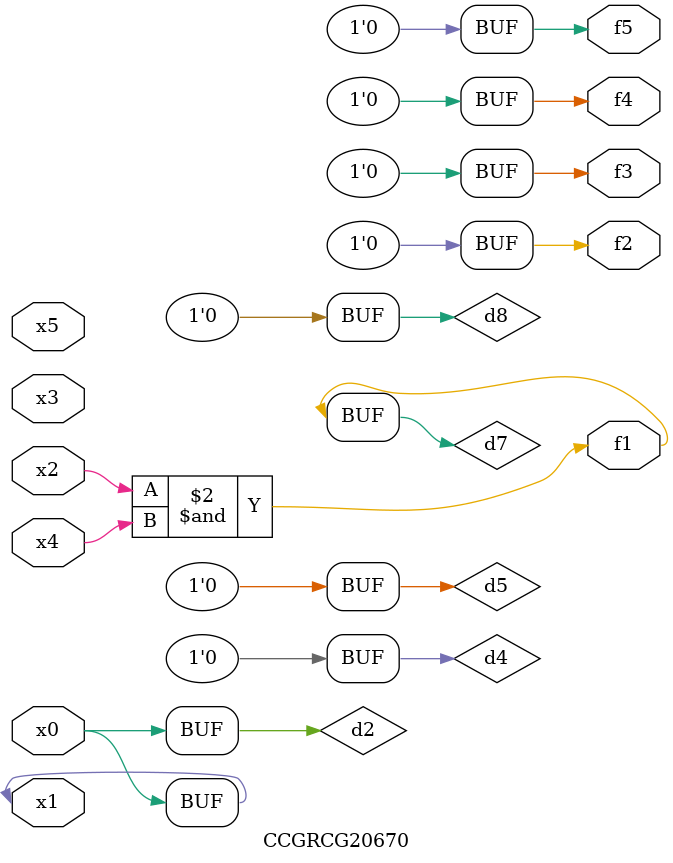
<source format=v>
module CCGRCG20670(
	input x0, x1, x2, x3, x4, x5,
	output f1, f2, f3, f4, f5
);

	wire d1, d2, d3, d4, d5, d6, d7, d8, d9;

	nand (d1, x1);
	buf (d2, x0, x1);
	nand (d3, x2, x4);
	and (d4, d1, d2);
	and (d5, d1, d2);
	nand (d6, d1, d3);
	not (d7, d3);
	xor (d8, d5);
	nor (d9, d5, d6);
	assign f1 = d7;
	assign f2 = d8;
	assign f3 = d8;
	assign f4 = d8;
	assign f5 = d8;
endmodule

</source>
